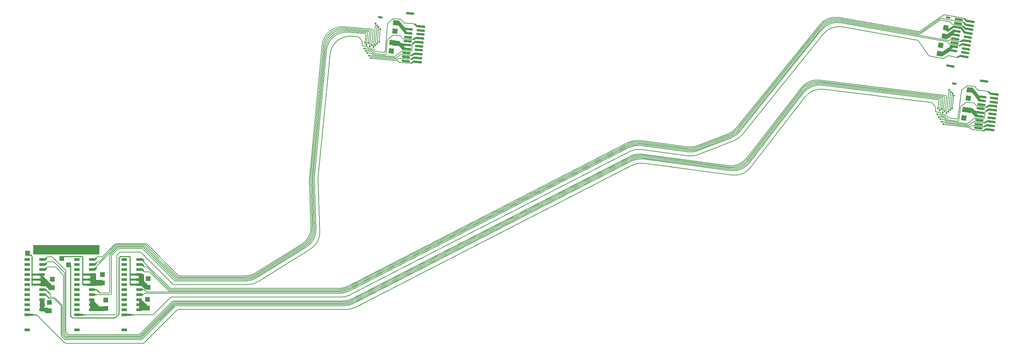
<source format=gbr>
*
G4_C Author: OrCAD GerbTool(tm) 8.1.1 Thu Jun 19 12:26:17 2003*
%LPD*%
%FSLAX34Y34*%
%MOIN*%
%AD*%
%AMD25R98*
20,1,0.025000,0.000000,-0.035000,0.000000,0.035000,98.600000*
%
%AMD10R98*
20,1,0.050000,-0.025000,0.000000,0.025000,0.000000,98.600000*
%
%AMD25R98N2*
20,1,0.025000,0.000000,-0.035000,0.000000,0.035000,98.600000*
%
%AMD10R98N2*
20,1,0.050000,-0.025000,0.000000,0.025000,0.000000,98.600000*
%
%AMD25R86*
20,1,0.025000,0.000000,-0.035000,0.000000,0.035000,86.080000*
%
%AMD10R86*
20,1,0.050000,-0.025000,0.000000,0.025000,0.000000,86.080000*
%
%AMD16R5*
20,1,0.025000,-0.035000,0.000000,0.035000,0.000000,5.450000*
%
%AMD10R5*
20,1,0.050000,-0.025000,0.000000,0.025000,0.000000,5.450000*
%
%AMD16R5N2*
20,1,0.025000,-0.035000,0.000000,0.035000,0.000000,5.450000*
%
%AMD10R5N2*
20,1,0.050000,-0.025000,0.000000,0.025000,0.000000,5.450000*
%
%AMD32R3*
20,1,0.025000,0.034920,-0.002390,-0.034920,0.002390,3.950000*
%
%AMD33R3*
20,1,0.050000,-0.001710,-0.024940,0.001710,0.024940,3.950000*
%
%AMD32R3N2*
20,1,0.025000,0.034920,-0.002390,-0.034920,0.002390,3.910000*
%
%AMD33R3N2*
20,1,0.050000,-0.001710,-0.024940,0.001710,0.024940,3.910000*
%
%AMD32R3N3*
20,1,0.025000,0.034920,-0.002390,-0.034920,0.002390,3.920000*
%
%AMD33R3N3*
20,1,0.050000,-0.001710,-0.024940,0.001710,0.024940,3.920000*
%
%AMD29R88*
20,1,0.022000,0.000000,-0.040000,0.000000,0.040000,88.000000*
%
%AMD54R88*
20,1,0.050000,-0.025000,0.000000,0.025000,0.000000,88.000000*
%
%AMD57R359*
20,1,0.022000,0.039980,-0.001400,-0.039980,0.001400,359.000000*
%
%AMD58R359*
20,1,0.050000,-0.000870,-0.024980,0.000870,0.024980,359.000000*
%
%AMD59R359*
20,1,0.022000,0.039950,-0.002100,-0.039950,0.002100,359.000000*
%
%AMD60R359*
20,1,0.050000,-0.001310,-0.024960,0.001310,0.024960,359.000000*
%
%AMD61R359*
20,1,0.022000,0.039910,-0.002800,-0.039910,0.002800,359.000000*
%
%AMD62R359*
20,1,0.050000,-0.001750,-0.024930,0.001750,0.024930,359.000000*
%
%AMD29R80*
20,1,0.022000,0.000000,-0.040000,0.000000,0.040000,80.000000*
%
%AMD54R80*
20,1,0.050000,-0.025000,0.000000,0.025000,0.000000,80.000000*
%
%AMD29R82*
20,1,0.022000,0.000000,-0.040000,0.000000,0.040000,82.400000*
%
%AMD54R82*
20,1,0.050000,-0.025000,0.000000,0.025000,0.000000,82.400000*
%
%AMD29R85*
20,1,0.022000,0.000000,-0.040000,0.000000,0.040000,85.000000*
%
%AMD54R85*
20,1,0.050000,-0.025000,0.000000,0.025000,0.000000,85.000000*
%
%AMD29R81*
20,1,0.022000,0.000000,-0.040000,0.000000,0.040000,81.000000*
%
%AMD54R81*
20,1,0.050000,-0.025000,0.000000,0.025000,0.000000,81.000000*
%
%AMD71R359*
20,1,0.022000,0.039510,-0.006260,-0.039510,0.006260,359.000000*
%
%AMD72R359*
20,1,0.050000,-0.003910,-0.024690,0.003910,0.024690,359.000000*
%
%AMD29R81N2*
20,1,0.022000,0.000000,-0.040000,0.000000,0.040000,81.000000*
%
%AMD54R81N2*
20,1,0.050000,-0.025000,0.000000,0.025000,0.000000,81.000000*
%
%AMD75R1*
20,1,0.022000,0.039510,-0.006260,-0.039510,0.006260,1.000000*
%
%AMD76R1*
20,1,0.050000,-0.003910,-0.024690,0.003910,0.024690,1.000000*
%
%AMD77R1*
20,1,0.022000,0.039610,-0.005570,-0.039610,0.005570,1.000000*
%
%AMD78R1*
20,1,0.050000,-0.003480,-0.024750,0.003480,0.024750,1.000000*
%
%ADD10R,0.050000X0.050000*%
%ADD11C,0.006000*%
%ADD12C,0.019000*%
%ADD13C,0.007900*%
%ADD14C,0.005000*%
%ADD15C,0.000800*%
%ADD16R,0.070000X0.025000*%
%ADD17R,0.068000X0.023000*%
%ADD18C,0.006000*%
%ADD19C,0.009800*%
%ADD20C,0.010000*%
%ADD21C,0.030000*%
%ADD22C,0.060000*%
%ADD23C,0.035000*%
%ADD24C,0.055000*%
%ADD25R,0.025000X0.070000*%
%ADD26C,0.010000*%
%ADD27R,0.029000X0.058000*%
%ADD28R,0.031000X0.060000*%
%ADD29R,0.022000X0.080000*%
%ADD30R,0.024000X0.082000*%
%ADD31D10R98N2*%
%ADD32D25R86*%
%ADD33D10R86*%
%ADD34D16R5*%
%ADD35D10R5*%
%ADD36D16R5N2*%
%ADD37D10R5N2*%
%ADD38D25R98N2*%
%ADD39D10R98N2*%
%ADD40D25R86*%
%ADD41D10R86*%
%ADD42D16R5*%
%ADD43D10R5*%
%ADD44D16R5N2*%
%ADD45D10R5N2*%
%ADD46D32R3*%
%ADD47D33R3*%
%ADD48R,0.070000X0.025000*%
%ADD49D33R3N2*%
%ADD50C,0.011000*%
%ADD51C,0.036000*%
%ADD52C,0.015000*%
%ADD53R,0.070000X0.025000*%
%ADD54R,0.050000X0.050000*%
%ADD55C,0.010000*%
%ADD56C,0.010000*%
%ADD57D29R88*%
%ADD58D54R88*%
%ADD59D57R359*%
%ADD60D58R359*%
%ADD61D59R359*%
%ADD62D60R359*%
%ADD63D61R359*%
%ADD64D62R359*%
%ADD65D29R80*%
%ADD66D54R80*%
%ADD67D29R82*%
%ADD68D54R82*%
%ADD69D29R85*%
%ADD70D54R85*%
%ADD71D29R81*%
%ADD72D54R81*%
%ADD73D71R359*%
%ADD74D72R359*%
%ADD75D29R81N2*%
%ADD76D54R81N2*%
%ADD77D75R1*%
%ADD78D76R1*%
%ADD79D77R1*%
%ADD80D78R1*%
%ADD256R,0.058000X0.029000*%
G4_C OrCAD GerbTool Tool List *
G4_D50 1 0.0110 T 0 0*
G4_D51 3 0.0360 T 0 0*
G4_D52 2 0.0150 T 0 0*
G54D20*
G1X11790Y5905D2*
G1X12039Y5904D1*
G1X11789Y5405D2*
G1X12039Y5405D1*
G1X11564Y5405D2*
G54D11*
G1X12177Y5405D1*
G75*
G3X12247Y5433I0J100D1*
G74*
G1X12895Y7634D2*
G75*
G3X12824Y7664I-71J-71D1*
G74*
G1X15319Y4379D2*
G1X13852Y2912D1*
G1X13216Y3434D2*
G75*
G2X13147Y3405I-71J71D1*
G74*
G1X12027Y5905D2*
G1X11564Y5905D1*
G1X12458Y5994D2*
G54D12*
G1X11850Y6602D1*
G1X12456Y6208D2*
G1X11848Y6815D1*
G1X12569Y6288D2*
G1X11961Y6896D1*
G1X11850Y6461D2*
G1X11850Y7321D1*
G1X12040Y6514D2*
G1X12039Y7374D1*
G1X12197Y6514D2*
G1X12197Y7374D1*
G1X11326Y6906D2*
G1X12187Y6906D1*
G1X12773Y6129D2*
G1X12165Y6738D1*
G1X12484Y4330D2*
G1X11876Y4938D1*
G1X12520Y4139D2*
G1X11912Y4747D1*
G1X11912Y3933D2*
G1X11911Y4793D1*
G1X12415Y4056D2*
G1X12065Y4056D1*
G1X12384Y4182D2*
G1X12034Y4182D1*
G1X12372Y4369D2*
G1X12022Y4369D1*
G1X12354Y4452D2*
G1X12004Y4453D1*
G1X6187Y3405D2*
G1X5637Y3405D1*
G1X6484Y3404D2*
G54D20*
G1X6087Y3404D1*
G1X1552Y10101D2*
G54D10*
G1X7626Y10101D1*
G1X7626Y9644D2*
G1X1552Y9644D1*
G1X5210Y3106D2*
G75*
G54D19*
G2X5140Y3135I0J100D1*
G74*
G1X5021Y3254D1*
G75*
G2X4991Y3325I71J71D1*
G74*
G54D54*
G1X4135Y9008D3*
G1X4991Y3325D2*
G54D19*
G1X4991Y8306D1*
G54D54*
G1X4792Y8359D3*
G1X11286Y3406D2*
G54D20*
G1X10889Y3406D1*
G1X10988Y3406D2*
G54D12*
G1X10439Y3406D1*
G1X9499Y3435D2*
G75*
G54D11*
G2X9428Y3406I-71J71D1*
G74*
G1X9557Y3493D2*
G75*
G3X9586Y3563I-71J71D1*
G74*
G1X9586Y9264D1*
G75*
G2X9615Y9335I100J0D1*
G74*
G1X9985Y9214D2*
G75*
G54D19*
G3X9914Y9185I0J-100D1*
G74*
G1X9839Y9109D1*
G1X9810Y9038D2*
G75*
G2X9839Y9109I100J0D1*
G74*
G1X9810Y3546D2*
G1X9810Y9038D1*
G1X9780Y3476D2*
G75*
G3X9810Y3546I-71J71D1*
G74*
G1X9441Y3136D2*
G75*
G2X9370Y3107I-71J71D1*
G74*
G1X7053Y8800D2*
G54D11*
G1X7183Y8905D1*
G1X7054Y9012D1*
G1X7058Y8906D2*
G1X7183Y8905D1*
G1X7052Y8300D2*
G1X7182Y8406D1*
G1X7053Y8512D1*
G1X7057Y8406D2*
G1X7182Y8406D1*
G1X7055Y9011D2*
G1X7179Y9010D1*
G1X7055Y8994D2*
G1X7055Y8839D1*
G1X7186Y8905D2*
G1X7057Y9011D1*
G1X7061Y8905D2*
G1X7186Y8905D1*
G1X7187Y8905D2*
G1X7057Y8798D1*
G1X7039Y8511D2*
G1X7164Y8511D1*
G1X7060Y8406D2*
G1X7185Y8406D1*
G1X7055Y8495D2*
G1X7055Y8341D1*
G1X7055Y8300D2*
G1X7185Y8406D1*
G1X7183Y8406D2*
G1X7054Y8512D1*
G1X7063Y8905D2*
G1X7187Y8905D1*
G1X7055Y7801D2*
G1X7185Y7907D1*
G1X7015Y8012D2*
G1X7140Y8012D1*
G1X7060Y7907D2*
G1X7185Y7907D1*
G1X7055Y8012D1*
G1X7185Y7907D2*
G1X7060Y7907D1*
G1X6987Y5905D2*
G54D20*
G1X7237Y5905D1*
G1X6558Y6906D2*
G54D12*
G1X7418Y6906D1*
G1X7177Y6374D2*
G1X6653Y6374D1*
G1X7068Y6431D2*
G1X7069Y6890D1*
G1X7693Y4008D2*
G1X7019Y4008D1*
G1X7128Y3903D2*
G1X7129Y4362D1*
G1X7236Y6410D2*
G1X7237Y6869D1*
G1X7064Y6986D2*
G1X7065Y7445D1*
G1X7254Y6989D2*
G1X7254Y7448D1*
G1X7065Y7496D2*
G54D20*
G1X7315Y7496D1*
G1X7417Y6990D2*
G54D12*
G1X7416Y7449D1*
G1X7182Y7492D2*
G54D20*
G1X7432Y7492D1*
G1X8415Y3947D2*
G54D12*
G1X7739Y3947D1*
G1X8348Y4134D2*
G1X7673Y4134D1*
G1X7016Y3895D2*
G1X7016Y4354D1*
G1X7812Y4147D2*
G1X7022Y4937D1*
G1X7822Y3913D2*
G1X7032Y4704D1*
G1X7704Y3876D2*
G1X7030Y3876D1*
G1X8312Y3876D2*
G1X7636Y3876D1*
G1X7733Y4132D2*
G1X7057Y4132D1*
G1X7282Y4060D2*
G1X7281Y4519D1*
G1X7112Y4283D2*
G1X7113Y4742D1*
G1X7017Y4348D2*
G1X7017Y4807D1*
G1X6807Y6404D2*
G1X6257Y6404D1*
G1X6804Y6904D2*
G1X6254Y6904D1*
G1X6804Y7406D2*
G1X6254Y7406D1*
G1X1238Y3406D2*
G1X688Y3406D1*
G54D54*
G1X741Y9539D3*
G1X546Y9341D2*
G54D19*
G1X1057Y9341D1*
G75*
G2X1157Y9241I0J-100D1*
G74*
G1X1157Y6404D1*
G1X2038Y5906D2*
G54D20*
G1X2289Y5906D1*
G1X2038Y5406D2*
G1X2288Y5406D1*
G1X1958Y7417D2*
G54D12*
G1X3042Y6332D1*
G1X2119Y6431D2*
G1X2119Y6890D1*
G1X2126Y6779D2*
G1X2125Y7238D1*
G1X2732Y3824D2*
G1X2056Y3825D1*
G1X2744Y4009D2*
G1X2069Y4009D1*
G1X14937Y6026D2*
G75*
G54D11*
G2X14867Y6055I0J100D1*
G74*
G1X14795Y5935D2*
G75*
G3X14865Y5906I71J71D1*
G74*
G1X14784Y5786D2*
G75*
G2X14714Y5815I0J100D1*
G74*
G1X14919Y5137D2*
G1X13216Y3434D1*
G1X14989Y5166D2*
G75*
G3X14919Y5137I0J-100D1*
G74*
G1X15160Y4757D2*
G1X13813Y3411D1*
G1X15230Y4786D2*
G75*
G3X15160Y4757I0J-100D1*
G74*
G1X15218Y4637D2*
G75*
G2X15288Y4666I71J-71D1*
G74*
G1X15345Y4546D2*
G75*
G3X15275Y4517I0J-100D1*
G74*
G1X15337Y4397D2*
G75*
G2X15407Y4426I71J-71D1*
G74*
G1X15412Y4277D2*
G1X14003Y2866D1*
G1X15483Y4306D2*
G75*
G3X15412Y4277I0J-100D1*
G74*
G1X15608Y3897D2*
G75*
G2X15678Y3926I71J-71D1*
G74*
G1X12112Y976D2*
G1X15322Y4189D1*
G1X12042Y947D2*
G75*
G3X12112Y976I0J100D1*
G74*
G1X15337Y4397D2*
G1X12038Y1096D1*
G75*
G2X11968Y1067I-71J71D1*
G74*
G1X11975Y1216D2*
G1X15275Y4517D1*
G1X11905Y1187D2*
G75*
G3X11975Y1216I0J100D1*
G74*
G1X15218Y4637D2*
G1X11918Y1336D1*
G75*
G2X11848Y1307I-71J71D1*
G74*
G1X11860Y1456D2*
G1X14991Y4588D1*
G1X11790Y1427D2*
G75*
G3X11860Y1456I0J100D1*
G74*
G1X9872Y9592D2*
G1X9615Y9335D1*
G1X9942Y9621D2*
G75*
G3X9872Y9592I0J-100D1*
G74*
G1X9720Y9974D2*
G75*
G2X9790Y10003I71J-71D1*
G74*
G1X9648Y10094D2*
G75*
G2X9718Y10123I71J-71D1*
G74*
G1X9584Y10214D2*
G75*
G2X9654Y10243I71J-71D1*
G74*
G1X9527Y10334D2*
G75*
G2X9597Y10363I71J-71D1*
G74*
G1X9470Y10454D2*
G75*
G2X9540Y10483I71J-71D1*
G74*
G1X9470Y10454D2*
G1X8210Y9194D1*
G1X6177Y3405D2*
G1X9428Y3405D1*
G1X9498Y3434D2*
G1X9557Y3493D1*
G1X9428Y3405D2*
G75*
G3X9498Y3434I0J100D1*
G74*
G1X9780Y3476D2*
G54D19*
G1X9440Y3135D1*
G1X9370Y3106D2*
G1X5210Y3106D1*
G1X9440Y3135D2*
G75*
G2X9370Y3106I-71J71D1*
G74*
G1X11790Y1427D2*
G54D11*
G1X4840Y1427D1*
G75*
G2X4770Y1456I0J100D1*
G74*
G1X4741Y1307D2*
G1X11848Y1307D1*
G1X4670Y1336D2*
G75*
G3X4741Y1307I71J71D1*
G74*
G1X11905Y1187D2*
G1X4644Y1187D1*
G75*
G2X4574Y1216I0J100D1*
G74*
G1X4568Y1067D2*
G1X11968Y1067D1*
G1X4498Y1096D2*
G75*
G3X4568Y1067I71J71D1*
G74*
G1X12042Y947D2*
G1X4469Y947D1*
G75*
G2X4399Y976I0J100D1*
G74*
G1X4085Y1290D1*
G75*
G2X4056Y1360I71J71D1*
G74*
G1X4498Y1096D2*
G1X4205Y1389D1*
G75*
G2X4176Y1459I71J71D1*
G74*
G1X4574Y1216D2*
G1X4325Y1465D1*
G75*
G2X4296Y1535I71J71D1*
G74*
G1X4670Y1336D2*
G1X4445Y1563D1*
G75*
G2X4416Y1633I71J71D1*
G74*
G1X4770Y1456D2*
G1X4570Y1656D1*
G75*
G2X4541Y1726I71J71D1*
G74*
G1X4056Y4264D2*
G1X4056Y1360D1*
G1X4027Y4334D2*
G75*
G2X4056Y4264I-71J-71D1*
G74*
G1X4176Y1459D2*
G1X4176Y4314D1*
G75*
G3X4147Y4384I-100J0D1*
G74*
G1X3418Y5114D1*
G1X3347Y5143D2*
G75*
G2X3418Y5114I0J-100D1*
G74*
G1X4296Y1535D2*
G1X4296Y7310D1*
G75*
G3X4267Y7380I-100J0D1*
G74*
G1X4416Y7531D2*
G1X4416Y1633D1*
G1X4387Y7601D2*
G75*
G2X4416Y7531I-71J-71D1*
G74*
G1X4541Y1726D2*
G1X4541Y7763D1*
G75*
G3X4512Y7833I-100J0D1*
G74*
G1X4267Y7380D2*
G1X3515Y8132D1*
G75*
G3X3445Y8161I-71J-71D1*
G74*
G1X3354Y8632D2*
G1X4387Y7601D1*
G1X3284Y8661D2*
G75*
G2X3354Y8632I0J-100D1*
G74*
G1X4512Y7833D2*
G1X3208Y9137D1*
G75*
G3X3138Y9166I-71J-71D1*
G74*
G1X1138Y3405D2*
G54D20*
G1X1635Y3405D1*
G1X11606Y6404D2*
G54D12*
G1X10955Y6404D1*
G1X11604Y6905D2*
G1X10954Y6905D1*
G1X11606Y7404D2*
G1X10956Y7404D1*
G1X13147Y3405D2*
G54D11*
G1X11285Y3405D1*
G1X6208Y6404D2*
G54D19*
G1X6208Y9108D1*
G1X6108Y9208D2*
G1X4107Y9208D1*
G1X6208Y9108D2*
G75*
G3X6108Y9208I-100J0D1*
G74*
G1X4435Y596D2*
G54D11*
G1X1655Y3377D1*
G1X4505Y567D2*
G75*
G2X4435Y596I0J100D1*
G74*
G1X4505Y567D2*
G1X12237Y567D1*
G1X12307Y596D2*
G1X15608Y3897D1*
G1X12237Y567D2*
G75*
G3X12307Y596I0J100D1*
G74*
G1X12247Y5433D2*
G1X12329Y5516D1*
G75*
G2X12400Y5546I71J-70D1*
G74*
G54D256*
G1X11798Y3903D3*
G1X11799Y4404D3*
G1X11797Y4904D3*
G1X11797Y5404D3*
G1X11798Y5903D3*
G1X11798Y6403D3*
G1X11798Y6903D3*
G1X11797Y7404D3*
G1X11797Y7904D3*
G1X11797Y8405D3*
G1X11798Y8905D3*
G1X10328Y8906D3*
G1X10327Y8406D3*
G1X10326Y7905D3*
G1X10326Y7406D3*
G1X10326Y6906D3*
G1X10326Y6405D3*
G1X10327Y5905D3*
G1X10327Y5406D3*
G1X10326Y4905D3*
G1X10327Y4406D3*
G1X10326Y3906D3*
G1X10327Y3406D3*
G1X10325Y1906D3*
G1X12141Y7800D2*
G54D11*
G1X12267Y7801D1*
G1X12081Y8011D2*
G1X12211Y7904D1*
G1X12134Y7861D2*
G1X12260Y7861D1*
G1X12041Y7800D2*
G1X12166Y7800D1*
G1X12137Y7828D2*
G1X12263Y7828D1*
G1X12136Y7859D2*
G1X12266Y7753D1*
G1X12138Y7851D2*
G1X12139Y7959D1*
G1X12086Y7905D2*
G1X12211Y7904D1*
G1X12177Y7905D2*
G75*
G2X12277Y7805I0J-100D1*
G74*
G1X12277Y7750D1*
G1X12211Y7904D2*
G1X12081Y7799D1*
G1X12211Y7904D2*
G1X12087Y7905D1*
G1X12277Y7764D2*
G1X12277Y7708D1*
G1X12300Y7686D2*
G1X12101Y7847D1*
G1X12362Y7664D2*
G75*
G2X12300Y7686I0J101D1*
G74*
G1X12080Y8512D2*
G1X12209Y8405D1*
G1X12079Y8299D1*
G1X12099Y8329D2*
G1X12100Y8483D1*
G1X12137Y8351D2*
G1X12136Y8460D1*
G1X12084Y8406D2*
G1X12209Y8405D1*
G1X12066Y8300D2*
G1X12191Y8301D1*
G1X12140Y8352D2*
G1X12139Y8460D1*
G1X12087Y8406D2*
G1X12212Y8406D1*
G1X12131Y8326D2*
G1X12257Y8326D1*
G1X12083Y8512D2*
G1X12212Y8406D1*
G1X12278Y8306D2*
G1X12278Y8251D1*
G1X12137Y8351D2*
G1X12266Y8246D1*
G1X12102Y8329D2*
G1X12103Y8482D1*
G1X12178Y8405D2*
G75*
G2X12278Y8306I0J-100D1*
G74*
G1X12127Y8361D2*
G1X12252Y8361D1*
G1X12210Y8406D2*
G1X12080Y8299D1*
G1X12279Y8262D2*
G1X12279Y8207D1*
G1X12145Y8379D2*
G1X12275Y8273D1*
G1X12119Y8334D2*
G1X12309Y8180D1*
G75*
G3X12373Y8157I63J79D1*
G74*
G1X12080Y9011D2*
G1X12210Y8905D1*
G1X12080Y8799D1*
G1X12138Y8851D2*
G1X12137Y8959D1*
G1X12086Y8905D2*
G1X12210Y8905D1*
G1X12081Y8800D2*
G1X12206Y8800D1*
G1X12142Y8852D2*
G1X12141Y8960D1*
G1X12120Y8859D2*
G1X12245Y8860D1*
G1X12124Y8821D2*
G1X12248Y8821D1*
G1X12277Y8749D2*
G1X12147Y8855D1*
G1X12179Y8906D2*
G75*
G2X12279Y8806I0J-100D1*
G74*
G1X12152Y8847D2*
G1X12280Y8718D1*
G1X12213Y8906D2*
G1X12083Y8800D1*
G1X12089Y8905D2*
G1X12213Y8906D1*
G1X12214Y8906D2*
G1X12084Y9011D1*
G1X12270Y8790D2*
G1X12140Y8896D1*
G1X12281Y8753D2*
G1X12280Y8698D1*
G1X12255Y8815D2*
G1X12126Y8921D1*
G1X12090Y8905D2*
G1X12214Y8906D1*
G1X14867Y6055D2*
G1X12308Y8613D1*
G1X12279Y8684D2*
G1X12279Y8806D1*
G1X12308Y8613D2*
G75*
G2X12279Y8684I71J71D1*
G74*
G1X12097Y8832D2*
G1X12097Y8955D1*
G1X12281Y8692D2*
G1X12102Y8837D1*
G1X14795Y5935D2*
G1X12603Y8128D1*
G1X12533Y8157D2*
G1X12373Y8157D1*
G1X12603Y8128D2*
G75*
G3X12533Y8157I-71J-71D1*
G74*
G1X14714Y5815D2*
G1X12894Y7635D1*
G1X12824Y7664D2*
G1X12362Y7664D1*
G1X12894Y7635D2*
G75*
G3X12824Y7664I-71J-71D1*
G74*
G1X11994Y7948D2*
G1X12120Y7948D1*
G1X12121Y5406D2*
G54D12*
G1X11771Y5406D1*
G1X12146Y5897D2*
G1X11796Y5897D1*
G1X10907Y6405D2*
G54D19*
G1X10907Y9114D1*
G1X10807Y9214D2*
G1X9985Y9214D1*
G1X10907Y9114D2*
G75*
G3X10807Y9214I-100J0D1*
G74*
G1X12249Y5893D2*
G54D11*
G1X12124Y5893D1*
G1X12319Y5864D2*
G75*
G3X12249Y5893I-70J-71D1*
G74*
G1X12491Y5695D2*
G1X12319Y5864D1*
G1X12561Y5666D2*
G75*
G2X12491Y5695I0J100D1*
G74*
G1X11644Y3931D2*
G54D12*
G1X12404Y3931D1*
G1X11553Y6377D2*
G1X12323Y6377D1*
G1X12196Y7375D2*
G1X11680Y7375D1*
G54D54*
G1X12636Y4085D3*
G1X12635Y4925D3*
G1X12713Y6149D3*
G1X12712Y6989D3*
G54D256*
G1X7108Y3904D3*
G1X7109Y4405D3*
G1X7107Y4905D3*
G1X7107Y5405D3*
G1X7108Y5904D3*
G1X7108Y6404D3*
G1X7108Y6904D3*
G1X7107Y7405D3*
G1X5639Y8906D3*
G1X5638Y8406D3*
G1X5637Y7905D3*
G1X5637Y7406D3*
G1X5637Y6906D3*
G1X5637Y6405D3*
G1X5638Y5905D3*
G1X5638Y5406D3*
G1X5637Y4905D3*
G1X5638Y4406D3*
G1X5637Y3906D3*
G1X5638Y3406D3*
G1X5636Y1906D3*
G1X7393Y8983D2*
G54D11*
G1X7392Y8829D1*
G1X7429Y8959D2*
G1X7430Y8852D1*
G1X7391Y8483D2*
G1X7391Y8328D1*
G1X7428Y8460D2*
G1X7428Y8352D1*
G1X7605Y9142D2*
G1X7427Y8996D1*
G1X7668Y9165D2*
G75*
G3X7605Y9142I0J-101D1*
G74*
G1X7433Y8959D2*
G1X7434Y8851D1*
G1X7412Y8951D2*
G1X7537Y8951D1*
G1X7415Y8990D2*
G1X7540Y8990D1*
G1X7570Y9062D2*
G1X7440Y8956D1*
G1X7572Y9005D2*
G1X7571Y9064D1*
G1X7471Y8905D2*
G75*
G3X7572Y9005I0J100D1*
G74*
G1X7444Y8963D2*
G1X7573Y9093D1*
G1X7397Y8982D2*
G1X7396Y8828D1*
G1X7562Y9021D2*
G1X7432Y8915D1*
G1X7572Y9057D2*
G1X7572Y9113D1*
G1X7547Y8996D2*
G1X7417Y8889D1*
G1X7432Y8459D2*
G1X7431Y8352D1*
G1X7424Y8486D2*
G1X7548Y8485D1*
G1X7571Y8506D2*
G1X7570Y8561D1*
G1X7428Y8460D2*
G1X7559Y8565D1*
G1X7394Y8483D2*
G1X7394Y8329D1*
G1X7470Y8406D2*
G75*
G3X7571Y8506I0J100D1*
G74*
G1X7419Y8451D2*
G1X7544Y8451D1*
G1X7572Y8550D2*
G1X7571Y8604D1*
G1X7437Y8433D2*
G1X7567Y8539D1*
G1X7434Y8011D2*
G1X7559Y8011D1*
G1X7394Y7984D2*
G1X7395Y7829D1*
G1X7427Y7951D2*
G1X7553Y7951D1*
G1X7430Y7984D2*
G1X7555Y7984D1*
G1X7429Y7953D2*
G1X7559Y8059D1*
G1X7432Y7961D2*
G1X7431Y7853D1*
G1X7470Y7907D2*
G75*
G3X7571Y8007I0J100D1*
G74*
G1X7570Y8062D1*
G1X7411Y8478D2*
G1X7601Y8631D1*
G75*
G2X7665Y8655I64J-78D1*
G74*
G54D256*
G1X7107Y8405D3*
G1X7107Y8905D3*
G1X7107Y7904D3*
G1X7668Y9165D2*
G54D11*
G1X8138Y9165D1*
G1X8209Y9194D2*
G1X9390Y10374D1*
G1X8138Y9165D2*
G75*
G3X8209Y9194I0J100D1*
G74*
G1X9527Y10334D2*
G1X7878Y8684D1*
G1X7807Y8655D2*
G1X7665Y8655D1*
G1X7878Y8684D2*
G75*
G2X7807Y8655I-71J71D1*
G74*
G1X7570Y8048D2*
G1X7570Y8158D1*
G1X7599Y8228D2*
G1X9584Y10214D1*
G1X7570Y8158D2*
G75*
G2X7599Y8228I100J0D1*
G74*
G1X7561Y8150D2*
G1X7363Y7989D1*
G1X7548Y8094D2*
G1X7350Y7933D1*
G1X7402Y7822D2*
G1X7532Y7928D1*
G1X7370Y7794D2*
G1X7500Y7900D1*
G1X7407Y8325D2*
G1X7537Y8431D1*
G1X7367Y8292D2*
G1X7497Y8398D1*
G1X7402Y8820D2*
G1X7532Y8926D1*
G1X7373Y8795D2*
G1X7503Y8901D1*
G1X7557Y5405D2*
G54D20*
G1X6987Y5405D1*
G1X7087Y5405D2*
G54D12*
G1X7407Y5405D1*
G1X7417Y6888D2*
G1X7417Y7347D1*
G1X7417Y6846D2*
G1X7417Y6356D1*
G1X7557Y5904D2*
G54D20*
G1X7036Y5904D1*
G1X7112Y5904D2*
G54D12*
G1X7407Y5904D1*
G1X7863Y5599D2*
G54D20*
G1X7559Y5904D1*
G1X7934Y5570D2*
G75*
G54D11*
G2X7863Y5599I0J100D1*
G74*
G1X8804Y5570D2*
G1X7934Y5570D1*
G1X8904Y5670D2*
G75*
G2X8804Y5570I-100J0D1*
G74*
G1X7464Y5404D2*
G1X8954Y5404D1*
G75*
G3X9054Y5504I0J100D1*
G74*
G1X9054Y9267D1*
G1X9083Y9338D2*
G1X9720Y9974D1*
G1X9054Y9267D2*
G75*
G2X9083Y9338I100J0D1*
G74*
G1X8904Y5670D2*
G1X8904Y9309D1*
G1X8933Y9380D2*
G1X9648Y10094D1*
G1X8904Y9309D2*
G75*
G2X8933Y9380I100J0D1*
G74*
G54D54*
G1X8504Y4031D3*
G1X8503Y4871D3*
G1X8082Y6414D2*
G54D12*
G1X7512Y6414D1*
G1X8097Y6597D2*
G1X7527Y6597D1*
G1X8104Y6777D2*
G1X7534Y6777D1*
G54D54*
G1X8173Y6573D3*
G1X8172Y7413D3*
G54D256*
G1X2179Y3902D3*
G1X2180Y4403D3*
G1X2178Y4903D3*
G1X2178Y5403D3*
G1X2179Y5902D3*
G1X2179Y6402D3*
G1X2179Y6902D3*
G1X2178Y7403D3*
G1X709Y8905D3*
G1X708Y8405D3*
G1X707Y7904D3*
G1X707Y7405D3*
G1X707Y6905D3*
G1X707Y6404D3*
G1X708Y5904D3*
G1X708Y5405D3*
G1X707Y4904D3*
G1X708Y4405D3*
G1X707Y3905D3*
G1X708Y3405D3*
G1X707Y1904D3*
G1X2444Y8801D2*
G54D11*
G1X2574Y8907D1*
G1X2445Y9013D1*
G1X2464Y8984D2*
G1X2464Y8830D1*
G1X2502Y8960D2*
G1X2501Y8853D1*
G1X2449Y8907D2*
G1X2574Y8907D1*
G1X2443Y8301D2*
G1X2574Y8407D1*
G1X2443Y8512D1*
G1X2463Y8484D2*
G1X2464Y8329D1*
G1X2501Y8461D2*
G1X2500Y8353D1*
G1X2448Y8407D2*
G1X2574Y8407D1*
G1X2445Y9012D2*
G1X2570Y9012D1*
G1X2446Y8995D2*
G1X2447Y8840D1*
G1X2506Y8960D2*
G1X2505Y8851D1*
G1X2484Y8952D2*
G1X2609Y8952D1*
G1X2487Y8991D2*
G1X2613Y8991D1*
G1X2641Y9063D2*
G1X2512Y8957D1*
G1X2644Y9006D2*
G1X2644Y9065D1*
G1X2543Y8906D2*
G75*
G3X2644Y9006I0J100D1*
G74*
G1X2516Y8964D2*
G1X2645Y9094D1*
G1X2577Y8906D2*
G1X2447Y9012D1*
G1X2452Y8906D2*
G1X2577Y8906D1*
G1X2578Y8906D2*
G1X2448Y8799D1*
G1X2468Y8983D2*
G1X2468Y8829D1*
G1X2635Y9022D2*
G1X2505Y8916D1*
G1X2644Y9058D2*
G1X2644Y9114D1*
G1X2619Y8997D2*
G1X2489Y8890D1*
G1X2430Y8512D2*
G1X2555Y8512D1*
G1X2504Y8460D2*
G1X2503Y8353D1*
G1X2451Y8407D2*
G1X2576Y8407D1*
G1X2495Y8487D2*
G1X2620Y8486D1*
G1X2446Y8496D2*
G1X2447Y8342D1*
G1X2446Y8301D2*
G1X2576Y8407D1*
G1X2642Y8507D2*
G1X2642Y8562D1*
G1X2501Y8461D2*
G1X2631Y8566D1*
G1X2466Y8484D2*
G1X2467Y8330D1*
G1X2542Y8407D2*
G75*
G3X2642Y8507I0J100D1*
G74*
G1X2491Y8452D2*
G1X2617Y8452D1*
G1X2575Y8407D2*
G1X2444Y8512D1*
G1X2643Y8551D2*
G1X2643Y8606D1*
G1X2510Y8434D2*
G1X2640Y8540D1*
G1X2483Y8479D2*
G1X2613Y8585D1*
G1X2453Y8906D2*
G1X2578Y8906D1*
G1X2506Y8012D2*
G1X2632Y8012D1*
G1X2447Y7802D2*
G1X2577Y7908D1*
G1X2466Y7985D2*
G1X2467Y7830D1*
G1X2499Y7952D2*
G1X2625Y7952D1*
G1X2406Y8013D2*
G1X2531Y8013D1*
G1X2502Y7985D2*
G1X2628Y7985D1*
G1X2501Y7954D2*
G1X2631Y8060D1*
G1X2504Y7962D2*
G1X2503Y7854D1*
G1X2451Y7908D2*
G1X2577Y7908D1*
G1X2543Y7908D2*
G75*
G3X2642Y8008I0J100D1*
G74*
G1X2642Y8063D1*
G1X2577Y7908D2*
G1X2446Y8013D1*
G1X2577Y7908D2*
G1X2451Y7908D1*
G1X2641Y8049D2*
G1X2641Y8104D1*
G54D256*
G1X2178Y7903D3*
G1X2178Y8404D3*
G1X2178Y8904D3*
G1X2466Y7966D2*
G54D11*
G1X2677Y8139D1*
G1X2741Y8161D2*
G1X3445Y8161D1*
G1X2677Y8139D2*
G75*
G2X2741Y8161I63J-78D1*
G74*
G1X2542Y8526D2*
G1X2682Y8639D1*
G1X2745Y8661D2*
G1X3284Y8661D1*
G1X2682Y8639D2*
G75*
G2X2745Y8661I63J-78D1*
G74*
G1X2498Y8997D2*
G1X2677Y9144D1*
G1X2741Y9166D2*
G1X3138Y9166D1*
G1X2677Y9144D2*
G75*
G2X2741Y9166I63J-78D1*
G74*
G1X2007Y6905D2*
G54D12*
G1X1203Y6905D1*
G1X2007Y6404D2*
G1X1203Y6404D1*
G1X2007Y7405D2*
G1X1203Y7405D1*
G1X2758Y6352D2*
G1X2083Y6352D1*
G1X2799Y6537D2*
G1X2124Y6537D1*
G1X4027Y4334D2*
G54D11*
G1X3370Y4991D1*
G75*
G3X3300Y5020I-71J-71D1*
G74*
G1X2138Y5406D2*
G54D12*
G1X2518Y5406D1*
G1X2518Y5906D2*
G1X2138Y5906D1*
G1X2545Y5906D2*
G54D19*
G1X2969Y5482D1*
G1X3300Y5020D2*
G54D11*
G1X2964Y5020D1*
G1X2894Y5049D2*
G54D19*
G1X2538Y5405D1*
G1X2964Y5020D2*
G75*
G54D11*
G2X2894Y5049I0J100D1*
G74*
G1X3347Y5143D2*
G1X3083Y5143D1*
G1X2983Y5243D2*
G1X2983Y5480D1*
G1X3083Y5143D2*
G75*
G2X2983Y5243I0J100D1*
G74*
G54D54*
G1X2891Y3796D3*
G1X2890Y4636D3*
G1X3210Y6100D3*
G1X3209Y6940D3*
G1X2954Y6352D2*
G54D12*
G1X2279Y6352D1*
G1X2678Y6683D2*
G1X2128Y6683D1*
G1X2482Y6422D2*
G1X2960Y5945D1*
G1X2549Y6568D2*
G1X3026Y6091D1*
G1X2068Y3867D2*
G1X2068Y4866D1*
G1X2178Y3904D2*
G1X2178Y4866D1*
G1X2295Y3827D2*
G1X2295Y4866D1*
G1X2164Y4118D2*
G1X2641Y3641D1*
G1X9540Y10483D2*
G54D11*
G1X12483Y10483D1*
G75*
G2X12554Y10454I0J-100D1*
G74*
G1X9597Y10363D2*
G1X12384Y10363D1*
G75*
G2X12455Y10334I0J-100D1*
G74*
G1X12282Y10243D2*
G1X9654Y10243D1*
G1X12353Y10214D2*
G75*
G3X12282Y10243I-71J-71D1*
G74*
G1X9718Y10123D2*
G1X12206Y10123D1*
G75*
G2X12277Y10094I0J-100D1*
G74*
G1X12107Y10003D2*
G1X9790Y10003D1*
G1X12178Y9974D2*
G75*
G3X12107Y10003I-71J-71D1*
G74*
G1X9942Y9621D2*
G1X11940Y9621D1*
G75*
G2X12010Y9592I0J-100D1*
G74*
G1X15166Y6435D1*
G1X15237Y6406D2*
G75*
G2X15166Y6435I0J100D1*
G74*
G1X12554Y10454D2*
G1X15703Y7295D1*
G75*
G3X15774Y7266I71J71D1*
G74*
G1X15605Y7175D2*
G1X12455Y10334D1*
G1X15676Y7146D2*
G75*
G2X15605Y7175I0J100D1*
G74*
G1X12353Y10214D2*
G1X15510Y7055D1*
G75*
G3X15581Y7026I71J71D1*
G74*
G1X15434Y6935D2*
G1X12277Y10094D1*
G1X15505Y6906D2*
G75*
G2X15434Y6935I0J100D1*
G74*
G1X12178Y9974D2*
G1X15335Y6815D1*
G75*
G3X15406Y6786I71J71D1*
G74*
G1X70296Y21414D2*
G75*
G3X71132Y22025I-728J1874D1*
G74*
G1X71205Y21925D2*
G75*
G2X70369Y21314I-1558J1254D1*
G74*
G1X70443Y21213D2*
G75*
G3X71278Y21825I-728J1874D1*
G74*
G1X71351Y21724D2*
G75*
G2X70516Y21113I-1557J1253D1*
G74*
G1X70590Y21013D2*
G75*
G3X71425Y21625I-728J1874D1*
G74*
G1X71657Y21307D2*
G75*
G2X70822Y20695I-1558J1254D1*
G74*
G1X67313Y19334D1*
G75*
G2X66325Y19217I-727J1871D1*
G74*
G1X67270Y19725D2*
G1X70590Y21013D1*
G1X66282Y19608D2*
G75*
G3X67270Y19725I265J1986D1*
G74*
G1X70516Y21113D2*
G1X67255Y19848D1*
G75*
G2X66268Y19731I-727J1871D1*
G74*
G1X67241Y19972D2*
G1X70443Y21213D1*
G1X66253Y19854D2*
G75*
G3X67241Y19972I265J1986D1*
G74*
G1X70369Y21314D2*
G1X67226Y20095D1*
G75*
G2X66238Y19977I-727J1871D1*
G74*
G1X67212Y20218D2*
G1X70296Y21414D1*
G1X66224Y20100D2*
G75*
G3X67212Y20218I265J1986D1*
G74*
G1X70289Y18244D2*
G75*
G3X72136Y19003I264J1982D1*
G74*
G1X72189Y18875D2*
G75*
G2X70342Y18116I-1586J1227D1*
G74*
G1X70395Y17988D2*
G75*
G3X72242Y18747I264J1982D1*
G74*
G1X72295Y18619D2*
G75*
G2X70448Y17860I-1586J1227D1*
G74*
G1X70500Y17731D2*
G75*
G3X72347Y18491I264J1982D1*
G74*
G1X72491Y18056D2*
G75*
G2X70645Y17296I-1586J1227D1*
G74*
G1X66224Y20100D2*
G1X61505Y20729D1*
G75*
G3X60326Y20526I-263J-1975D1*
G74*
G1X61526Y20606D2*
G1X66238Y19977D1*
G1X60347Y20402D2*
G75*
G2X61526Y20606I918J-1785D1*
G74*
G1X66253Y19854D2*
G1X61548Y20481D1*
G75*
G3X60370Y20278I-263J-1975D1*
G74*
G1X61569Y20358D2*
G1X66268Y19731D1*
G1X60390Y20154D2*
G75*
G2X61569Y20358I918J-1785D1*
G74*
G1X66282Y19608D2*
G1X61590Y20234D1*
G75*
G3X60412Y20030I-263J-1975D1*
G74*
G1X61659Y19839D2*
G1X66325Y19217D1*
G1X60480Y19636D2*
G75*
G2X61659Y19839I918J-1785D1*
G74*
G1X70289Y18244D2*
G1X61737Y19385D1*
G75*
G3X60558Y19181I-263J-1975D1*
G74*
G1X61758Y19261D2*
G1X70342Y18116D1*
G1X60580Y19057D2*
G75*
G2X61758Y19261I918J-1785D1*
G74*
G1X61780Y19137D2*
G1X70395Y17988D1*
G1X60601Y18933D2*
G75*
G2X61780Y19137I918J-1785D1*
G74*
G1X70448Y17860D2*
G1X61801Y19013D1*
G75*
G3X60622Y18809I-263J-1975D1*
G74*
G1X61822Y18889D2*
G1X70500Y17731D1*
G1X60643Y18686D2*
G75*
G2X61822Y18889I918J-1785D1*
G74*
G1X70645Y17296D2*
G1X61896Y18464D1*
G75*
G3X60717Y18260I-263J-1975D1*
G74*
G1X60326Y20526D2*
G1X32543Y6247D1*
G1X31629Y6026D2*
G1X14937Y6026D1*
G1X32543Y6247D2*
G75*
G2X31629Y6026I-914J1778D1*
G74*
G1X14865Y5906D2*
G1X31658Y5906D1*
G1X32573Y6127D2*
G1X60347Y20402D1*
G1X31658Y5906D2*
G75*
G3X32573Y6127I0J1990D1*
G74*
G1X14784Y5786D2*
G1X31686Y5786D1*
G1X32600Y6007D2*
G1X60370Y20278D1*
G1X31686Y5786D2*
G75*
G3X32600Y6007I0J1990D1*
G74*
G1X60390Y20154D2*
G1X32630Y5887D1*
G1X31716Y5666D2*
G1X12561Y5666D1*
G1X32630Y5887D2*
G75*
G2X31716Y5666I-914J1778D1*
G74*
G1X12400Y5546D2*
G1X31745Y5546D1*
G1X32659Y5767D2*
G1X60412Y20030D1*
G1X31745Y5546D2*
G75*
G3X32659Y5767I0J1990D1*
G74*
G1X60480Y19636D2*
G1X32756Y5387D1*
G1X31841Y5166D2*
G1X14989Y5166D1*
G1X32756Y5387D2*
G75*
G2X31841Y5166I-914J1778D1*
G74*
G1X15230Y4786D2*
G1X32065Y4786D1*
G1X32979Y5007D2*
G1X60558Y19181D1*
G1X32065Y4786D2*
G75*
G3X32979Y5007I0J1990D1*
G74*
G1X60580Y19057D2*
G1X33008Y4887D1*
G1X32094Y4666D2*
G1X15288Y4666D1*
G1X33008Y4887D2*
G75*
G2X32094Y4666I-914J1778D1*
G74*
G1X15345Y4546D2*
G1X32123Y4546D1*
G1X33037Y4767D2*
G1X60601Y18933D1*
G1X32123Y4546D2*
G75*
G3X33037Y4767I0J1990D1*
G74*
G1X60622Y18809D2*
G1X33066Y4647D1*
G1X32152Y4426D2*
G1X15407Y4426D1*
G1X33066Y4647D2*
G75*
G2X32152Y4426I-914J1778D1*
G74*
G1X15483Y4306D2*
G1X32181Y4306D1*
G1X33095Y4527D2*
G1X60643Y18686D1*
G1X32181Y4306D2*
G75*
G3X33095Y4527I0J1990D1*
G74*
G1X60717Y18260D2*
G1X33257Y4147D1*
G1X32343Y3926D2*
G1X15678Y3926D1*
G1X33257Y4147D2*
G75*
G2X32343Y3926I-914J1778D1*
G74*
G1X15774Y7266D2*
G1X22311Y7266D1*
G75*
G3X23368Y7568I0J1997D1*
G74*
G1X15676Y7146D2*
G1X22345Y7146D1*
G75*
G3X23402Y7448I0J1997D1*
G74*
G1X15581Y7026D2*
G1X22380Y7026D1*
G75*
G3X23437Y7328I0J1997D1*
G74*
G1X15505Y6906D2*
G1X22414Y6906D1*
G75*
G3X23471Y7208I0J1997D1*
G74*
G1X15406Y6786D2*
G1X22448Y6786D1*
G75*
G3X23505Y7088I0J1997D1*
G74*
G1X15237Y6406D2*
G1X22557Y6406D1*
G75*
G3X23614Y6708I0J1997D1*
G74*
G1X23368Y7568D2*
G1X27920Y10402D1*
G75*
G3X28862Y12166I-1060J1704D1*
G74*
G1X28042Y10336D2*
G1X23402Y7448D1*
G1X28984Y12101D2*
G75*
G2X28042Y10336I-2001J-66D1*
G74*
G1X23437Y7328D2*
G1X28164Y10271D1*
G75*
G3X29106Y12035I-1060J1704D1*
G74*
G1X23471Y7208D2*
G1X28287Y10206D1*
G75*
G3X29229Y11970I-1060J1704D1*
G74*
G1X28409Y10141D2*
G1X23505Y7088D1*
G1X29351Y11905D2*
G75*
G2X28409Y10141I-2001J-66D1*
G74*
G1X23614Y6708D2*
G1X28796Y9934D1*
G75*
G3X29738Y11698I-1060J1704D1*
G74*
G1X29568Y16821D1*
G75*
G2X29576Y17079I1945J64D1*
G74*
G1X29351Y11905D2*
G1X29187Y16833D1*
G75*
G2X29196Y17091I1946J64D1*
G74*
G1X29067Y16837D2*
G1X29229Y11970D1*
G1X29075Y17095D2*
G75*
G3X29067Y16837I2037J-197D1*
G74*
G1X29106Y12035D2*
G1X28947Y16842D1*
G75*
G2X28955Y17100I1946J64D1*
G74*
G1X28827Y16845D2*
G1X28984Y12101D1*
G1X28835Y17103D2*
G75*
G3X28827Y16845I2039J-197D1*
G74*
G1X28862Y12166D2*
G1X28707Y16849D1*
G75*
G2X28715Y17107I1946J64D1*
G74*
G1X92181Y29686D2*
G54D12*
G1X91837Y29445D1*
G1X91906Y29489D2*
G1X91562Y29248D1*
G1X91790Y29405D2*
G1X91445Y29164D1*
G1X92171Y29869D2*
G1X91827Y29629D1*
G1X92495Y30020D2*
G1X92151Y29779D1*
G1X92432Y30051D2*
G1X92087Y29810D1*
G1X92118Y29157D2*
G75*
G54D11*
G3X92044Y29141I-17J-98D1*
G74*
G1X92680Y31576D2*
G54D12*
G1X92336Y31335D1*
G1X92508Y31301D2*
G1X92164Y31060D1*
G1X92289Y31150D2*
G1X91945Y30910D1*
G1X92603Y31609D2*
G1X92259Y31368D1*
G1X92614Y31601D2*
G1X92270Y31360D1*
G1X92363Y31435D2*
G1X92019Y31194D1*
G1X92247Y31288D2*
G1X91903Y31047D1*
G1X92231Y31346D2*
G1X91887Y31105D1*
G1X92507Y32289D2*
G75*
G54D11*
G2X92443Y32331I17J99D1*
G74*
G1X92331Y32491D1*
G75*
G3X92266Y32532I-82J-58D1*
G74*
G1X92212Y30342D2*
G75*
G2X92147Y30383I17J99D1*
G74*
G1X93114Y30581D2*
G1X92292Y30726D1*
G1X92217Y30709D2*
G1X92165Y30674D1*
G1X92292Y30726D2*
G75*
G3X92217Y30709I-17J-99D1*
G74*
G1X91702Y28902D2*
G1X92044Y29141D1*
G1X91627Y28885D2*
G75*
G3X91702Y28902I17J99D1*
G74*
G1X92662Y32066D2*
G54D12*
G1X92318Y31825D1*
G1X92478Y31937D2*
G1X92134Y31696D1*
G1X92129Y31694D2*
G1X91888Y32038D1*
G54D73*
G1X93715Y29075D3*
G1X93783Y29463D3*
G1X93851Y29850D3*
G1X93920Y30239D3*
G1X93988Y30626D3*
G1X94057Y31015D3*
G1X94125Y31401D3*
G1X94193Y31790D3*
G1X94262Y32178D3*
G1X94330Y32565D3*
G1X92328Y28122D3*
G1X92601Y29672D3*
G1X92669Y30059D3*
G1X92738Y30447D3*
G1X92806Y30835D3*
G1X92875Y31223D3*
G1X92943Y31610D3*
G1X93011Y31998D3*
G1X93080Y32385D3*
G1X93148Y32773D3*
G1X93463Y30234D2*
G54D11*
G1X93340Y30255D1*
G1X93313Y30229D2*
G1X93459Y30311D1*
G1X93332Y30251D2*
G1X93478Y30332D1*
G1X93307Y30246D2*
G1X93296Y30187D1*
G1X93439Y30264D2*
G1X93290Y30160D1*
G1X93337Y30166D2*
G1X93388Y30194D1*
G1X93270Y30155D2*
G75*
G3X93337Y30166I18J100D1*
G74*
G1X93339Y30166D2*
G1X93451Y30229D1*
G1X93272Y30155D2*
G75*
G3X93339Y30166I17J99D1*
G74*
G1X93238Y30162D2*
G1X93384Y30244D1*
G1X93647Y32088D2*
G1X92507Y32289D1*
G1X92717Y30651D2*
G1X93373Y30535D1*
G1X92212Y30342D2*
G1X93305Y30149D1*
G1X93230Y30166D2*
G1X93375Y30242D1*
G1X93534Y30226D2*
G1X93411Y30248D1*
G1X93393Y30306D2*
G1X93540Y30388D1*
G1X93504Y30345D2*
G1X93491Y30272D1*
G1X93302Y30255D2*
G1X93449Y30337D1*
G1X93167Y30180D2*
G1X93314Y30262D1*
G1X93531Y30621D2*
G1X93408Y30642D1*
G1X93381Y30616D2*
G1X93527Y30697D1*
G1X93400Y30638D2*
G1X93547Y30720D1*
G1X93375Y30633D2*
G1X93364Y30574D1*
G1X93507Y30651D2*
G1X93359Y30547D1*
G1X93405Y30552D2*
G1X93456Y30581D1*
G1X93339Y30542D2*
G75*
G3X93405Y30552I18J100D1*
G74*
G1X93408Y30553D2*
G1X93519Y30616D1*
G1X93341Y30542D2*
G75*
G3X93408Y30553I17J99D1*
G74*
G1X93306Y30549D2*
G1X93453Y30630D1*
G1X93298Y30553D2*
G1X93443Y30629D1*
G1X93602Y30613D2*
G1X93479Y30635D1*
G1X93462Y30693D2*
G1X93608Y30775D1*
G1X93572Y30732D2*
G1X93559Y30659D1*
G1X93370Y30642D2*
G1X93517Y30724D1*
G1X93235Y30567D2*
G1X93382Y30649D1*
G1X93834Y32339D2*
G1X93711Y32361D1*
G1X93695Y32395D2*
G1X93804Y32268D1*
G1X93705Y32368D2*
G1X93815Y32241D1*
G1X93683Y32381D2*
G1X93694Y32440D1*
G1X93801Y32319D2*
G1X93697Y32468D1*
G1X93739Y32446D2*
G1X93777Y32402D1*
G1X93680Y32479D2*
G75*
G2X93739Y32446I-18J-100D1*
G74*
G1X93741Y32445D2*
G1X93825Y32348D1*
G1X93682Y32479D2*
G75*
G2X93741Y32445I-17J-99D1*
G74*
G1X93647Y32484D2*
G1X93757Y32357D1*
G1X93638Y32482D2*
G1X93749Y32361D1*
G1X93903Y32322D2*
G1X93780Y32344D1*
G1X93743Y32295D2*
G1X93853Y32168D1*
G1X93834Y32220D2*
G1X93847Y32293D1*
G1X93676Y32373D2*
G1X93785Y32246D1*
G1X93574Y32491D2*
G1X93684Y32364D1*
G1X93766Y31951D2*
G1X93643Y31973D1*
G1X93626Y32007D2*
G1X93736Y31880D1*
G1X93637Y31980D2*
G1X93746Y31853D1*
G1X93615Y31993D2*
G1X93625Y32052D1*
G1X93733Y31931D2*
G1X93629Y32080D1*
G1X93671Y32058D2*
G1X93709Y32014D1*
G1X93612Y32091D2*
G75*
G2X93671Y32058I-18J-99D1*
G74*
G1X93673Y32057D2*
G1X93756Y31960D1*
G1X93614Y32091D2*
G75*
G2X93673Y32057I-17J-98D1*
G74*
G1X93579Y32096D2*
G1X93689Y31969D1*
G1X93570Y32094D2*
G1X93680Y31973D1*
G1X93835Y31934D2*
G1X93712Y31956D1*
G1X93675Y31907D2*
G1X93784Y31780D1*
G1X93766Y31832D2*
G1X93779Y31905D1*
G1X93607Y31985D2*
G1X93717Y31858D1*
G1X93506Y32103D2*
G1X93616Y31976D1*
G1X93902Y32726D2*
G1X93779Y32748D1*
G1X93763Y32782D2*
G1X93873Y32655D1*
G1X93773Y32755D2*
G1X93883Y32628D1*
G1X93751Y32768D2*
G1X93762Y32827D1*
G1X93869Y32706D2*
G1X93766Y32855D1*
G1X93808Y32833D2*
G1X93845Y32789D1*
G1X93748Y32866D2*
G75*
G2X93808Y32833I-18J-99D1*
G74*
G1X93809Y32832D2*
G1X93893Y32735D1*
G1X93750Y32866D2*
G75*
G2X93809Y32832I-17J-98D1*
G74*
G1X93716Y32871D2*
G1X93825Y32744D1*
G1X93706Y32869D2*
G1X93817Y32748D1*
G1X93971Y32709D2*
G1X93848Y32731D1*
G1X93812Y32682D2*
G1X93922Y32555D1*
G1X93903Y32607D2*
G1X93916Y32680D1*
G1X93744Y32760D2*
G1X93853Y32633D1*
G1X93643Y32878D2*
G1X93752Y32751D1*
G1X93258Y29070D2*
G1X93135Y29091D1*
G1X93107Y29065D2*
G1X93254Y29146D1*
G1X93127Y29087D2*
G1X93273Y29168D1*
G1X93101Y29082D2*
G1X93091Y29023D1*
G1X93234Y29100D2*
G1X93085Y28995D1*
G1X93132Y29001D2*
G1X93183Y29030D1*
G1X93065Y28991D2*
G75*
G3X93132Y29001I18J100D1*
G74*
G1X93134Y29002D2*
G1X93246Y29065D1*
G1X93067Y28991D2*
G75*
G3X93134Y29002I18J99D1*
G74*
G1X93033Y28998D2*
G1X93179Y29079D1*
G1X93024Y29002D2*
G1X93170Y29078D1*
G1X93328Y29062D2*
G1X93205Y29084D1*
G1X93188Y29142D2*
G1X93335Y29224D1*
G1X93299Y29181D2*
G1X93286Y29108D1*
G1X93097Y29092D2*
G1X93244Y29174D1*
G1X92962Y29016D2*
G1X93108Y29098D1*
G1X93099Y28984D2*
G1X92118Y29157D1*
G1X93729Y31456D2*
G54D12*
G1X93404Y31921D1*
G54D74*
G1X91227Y29360D3*
G1X91372Y30187D3*
G1X91727Y31105D3*
G1X91872Y31933D3*
G1X91863Y29655D2*
G54D12*
G1X91403Y29333D1*
G1X91627Y28885D2*
G54D11*
G1X90243Y29129D1*
G75*
G2X90178Y29170I17J99D1*
G74*
G1X89128Y30670D1*
G75*
G3X89064Y30711I-82J-58D1*
G74*
G1X92147Y30383D2*
G1X92035Y30543D1*
G75*
G3X91970Y30584I-82J-58D1*
G74*
G1X89272Y31577D2*
G75*
G2X89198Y31560I-58J82D1*
G74*
G1X89301Y31450D2*
G75*
G2X89227Y31433I-58J82D1*
G74*
G1X89332Y31322D2*
G75*
G2X89258Y31306I-58J82D1*
G74*
G1X89332Y31322D2*
G1X91270Y32679D1*
G1X91344Y32695D2*
G1X92266Y32532D1*
G1X91270Y32679D2*
G75*
G2X91344Y32695I58J-82D1*
G74*
G1X89301Y31450D2*
G1X91324Y32866D1*
G1X91397Y32883D2*
G1X93715Y32474D1*
G1X91324Y32866D2*
G75*
G2X91397Y32883I58J-82D1*
G74*
G1X89272Y31577D2*
G1X91618Y33219D1*
G1X91692Y33236D2*
G1X93784Y32867D1*
G1X91618Y33219D2*
G75*
G2X91692Y33236I58J-82D1*
G74*
G1X92229Y32935D2*
G54D12*
G1X91951Y32984D1*
G1X92068Y31647D2*
G1X91827Y31991D1*
G1X91197Y24705D2*
G75*
G54D11*
G3X91110Y24816I-99J12D1*
G74*
G54D12*
G1X91579Y23508D3*
G1X91621Y22423D2*
G54D11*
G1X91614Y22372D1*
G1X90528Y24474D2*
G75*
G3X90461Y24511I-79J-62D1*
G74*
G1X90836Y24079D2*
G1X90528Y24474D1*
G1X90857Y24005D2*
G75*
G3X90836Y24079I-99J12D1*
G74*
G54D12*
G1X91614Y22370D3*
G1X95025Y25199D2*
G1X94767Y25530D1*
G1X94819Y25468D2*
G1X94561Y25799D1*
G1X94733Y25582D2*
G1X94474Y25913D1*
G1X94730Y25322D2*
G1X94471Y25653D1*
G1X94962Y25026D2*
G1X94703Y25357D1*
G1X95228Y24788D2*
G1X94969Y25119D1*
G1X95158Y24777D2*
G1X94899Y25108D1*
G1X94950Y23246D2*
G1X94691Y23577D1*
G1X94866Y23237D2*
G1X94607Y23568D1*
G1X94879Y23241D2*
G1X94621Y23572D1*
G1X94687Y23473D2*
G1X94429Y23804D1*
G1X94458Y21832D2*
G75*
G54D11*
G2X94391Y21869I12J99D1*
G74*
G1X94659Y22604D2*
G75*
G3X94585Y22584I-12J-99D1*
G74*
G1X94735Y22961D2*
G75*
G2X94809Y22981I62J-79D1*
G74*
G1X94949Y24157D2*
G1X95655Y24071D1*
G1X94882Y24195D2*
G75*
G3X94949Y24157I79J62D1*
G74*
G1X94809Y22981D2*
G1X95600Y22884D1*
G75*
G3X95712Y22971I12J99D1*
G74*
G1X95081Y25728D2*
G75*
G2X95014Y25766I12J99D1*
G74*
G1X93971Y24550D2*
G1X94632Y24468D1*
G1X94699Y24430D2*
G1X94882Y24195D1*
G1X94632Y24468D2*
G75*
G2X94699Y24430I-12J-98D1*
G74*
G1X95014Y25766D2*
G1X94771Y26076D1*
G75*
G3X94705Y26115I-79J-62D1*
G74*
G1X93060Y22649D2*
G75*
G3X93171Y22737I12J99D1*
G74*
G1X93882Y24531D2*
G75*
G2X93956Y24551I62J-78D1*
G74*
G1X93171Y22737D2*
G1X93334Y24063D1*
G1X93371Y24129D2*
G1X93882Y24531D1*
G1X93334Y24063D2*
G75*
G2X93371Y24129I99J-12D1*
G74*
G1X94378Y23880D2*
G54D12*
G1X93961Y23931D1*
G1X94717Y23543D2*
G1X94458Y23874D1*
G1X94242Y23803D2*
G1X93825Y23854D1*
G1X95050Y23551D2*
G1X94634Y23602D1*
G1X92210Y25779D2*
G54D11*
G1X92149Y25283D1*
G1X92515Y25389D2*
G1X92454Y24893D1*
G1X92168Y25433D2*
G1X91927Y23465D1*
G1X92516Y25390D2*
G1X92317Y23769D1*
G54D12*
G1X92511Y23923D3*
G1X92316Y23770D3*
G1X92121Y23618D3*
G1X91926Y23466D3*
G1X92211Y25779D3*
G1X92363Y25584D3*
G1X92516Y25389D3*
G1X92668Y25194D3*
G1X92667Y25194D2*
G54D11*
G1X92511Y23923D1*
G1X91386Y24803D2*
G75*
G3X91299Y24914I-99J12D1*
G74*
G1X91575Y24900D2*
G75*
G3X91488Y25012I-99J12D1*
G74*
G1X91762Y24999D2*
G75*
G3X91675Y25111I-99J12D1*
G74*
G1X91951Y25096D2*
G75*
G3X91864Y25207I-99J12D1*
G74*
G1X92363Y25584D2*
G1X92122Y23617D1*
G54D12*
G1X91253Y23726D3*
G1X91253Y23726D2*
G54D11*
G1X91386Y24803D1*
G1X91323Y23493D2*
G75*
G3X91256Y23531I-79J-62D1*
G74*
G1X90904Y23574D1*
G1X90817Y23685D2*
G1X90857Y24005D1*
G1X90904Y23574D2*
G75*
G2X90817Y23685I12J99D1*
G74*
G54D12*
G1X91101Y23922D3*
G1X91101Y23922D2*
G54D11*
G1X91197Y24705D1*
G1X91579Y23508D2*
G1X91762Y24999D1*
G1X91774Y23662D2*
G1X91950Y25096D1*
G54D12*
G1X91774Y23662D3*
G1X91574Y24900D2*
G54D11*
G1X91449Y23879D1*
G54D12*
G1X91449Y23879D3*
G1X92156Y22969D2*
G75*
G54D11*
G2X92089Y23006I12J99D1*
G74*
G1X93060Y22649D2*
G1X92109Y22766D1*
G75*
G2X92042Y22804I12J99D1*
G74*
G1X92089Y23006D2*
G1X91914Y23231D1*
G75*
G3X91847Y23269I-79J-62D1*
G74*
G54D12*
G1X91323Y22872D3*
G1X91847Y23269D2*
G54D11*
G1X91502Y23311D1*
G1X91435Y23350D2*
G1X91323Y23493D1*
G1X91502Y23311D2*
G75*
G2X91435Y23350I12J99D1*
G74*
G54D12*
G1X91173Y23086D3*
G1X92040Y22655D2*
G75*
G54D11*
G2X91973Y22692I12J99D1*
G74*
G1X91743Y22986D1*
G75*
G3X91677Y23024I-79J-62D1*
G74*
G1X91891Y22430D2*
G75*
G2X91824Y22469I12J99D1*
G74*
G1X91677Y23024D2*
G1X91173Y23086D1*
G1X92042Y22804D2*
G1X91802Y23111D1*
G75*
G3X91736Y23150I-79J-62D1*
G74*
G1X91463Y22573D2*
G1X91465Y22595D1*
G54D12*
G1X91465Y22595D3*
G1X91824Y22469D2*
G54D11*
G1X91780Y22526D1*
G1X91712Y22565D2*
G1X91474Y22594D1*
G1X91780Y22526D2*
G75*
G3X91712Y22565I-80J-61D1*
G74*
G54D12*
G1X91025Y23321D3*
G1X91736Y23150D2*
G54D11*
G1X91443Y23185D1*
G75*
G2X91376Y23224I12J99D1*
G74*
G1X91027Y23322D2*
G1X91288Y23290D1*
G1X91355Y23252D2*
G1X91376Y23224D1*
G1X91288Y23290D2*
G75*
G2X91355Y23252I-12J-100D1*
G74*
G1X91974Y22541D2*
G75*
G2X91907Y22578I12J99D1*
G74*
G1X91742Y22791D1*
G1X91675Y22829D2*
G1X91323Y22872D1*
G1X91742Y22791D2*
G75*
G3X91675Y22829I-79J-62D1*
G74*
G1X92040Y22655D2*
G1X93992Y22415D1*
G1X94065Y22435D2*
G1X94735Y22961D1*
G1X93992Y22415D2*
G75*
G3X94065Y22435I12J99D1*
G74*
G1X94585Y22584D2*
G1X94216Y22295D1*
G1X94143Y22275D2*
G1X91974Y22541D1*
G1X94216Y22295D2*
G75*
G2X94143Y22275I-62J79D1*
G74*
G1X94391Y21869D2*
G1X94302Y21984D1*
G1X94235Y22021D2*
G1X91611Y22344D1*
G1X94302Y21984D2*
G75*
G3X94235Y22021I-79J-62D1*
G74*
G1X94492Y22230D2*
G75*
G3X94420Y22210I-12J-100D1*
G74*
G1X94349Y22157D1*
G1X94276Y22137D2*
G1X91891Y22430D1*
G1X94349Y22157D2*
G75*
G2X94276Y22137I-61J80D1*
G74*
G1X92966Y22870D2*
G1X92156Y22969D1*
G1X93077Y22957D2*
G75*
G2X92966Y22870I-99J12D1*
G74*
G1X93077Y22957D2*
G1X93416Y25716D1*
G75*
G2X93453Y25782I99J-12D1*
G74*
G54D79*
G1X96289Y21811D3*
G1X96337Y22203D3*
G1X96385Y22593D3*
G1X96433Y22983D3*
G1X96481Y23374D3*
G1X96528Y23764D3*
G1X96576Y24155D3*
G1X96624Y24546D3*
G1X96673Y24937D3*
G1X96720Y25327D3*
G1X95097Y21957D3*
G1X95145Y22348D3*
G1X95192Y22738D3*
G1X95240Y23129D3*
G1X95289Y23520D3*
G1X95336Y23910D3*
G1X95384Y24301D3*
G1X95432Y24692D3*
G1X95480Y25084D3*
G1X95672Y26645D3*
G1X96284Y25466D2*
G54D11*
G1X96160Y25482D1*
G1X96142Y25515D2*
G1X96258Y25394D1*
G1X96154Y25489D2*
G1X96270Y25367D1*
G1X96131Y25500D2*
G1X96138Y25560D1*
G1X96252Y25444D2*
G1X96141Y25588D1*
G1X96184Y25568D2*
G1X96224Y25526D1*
G1X96123Y25598D2*
G75*
G2X96184Y25568I-12J-100D1*
G74*
G1X96186Y25567D2*
G1X96274Y25475D1*
G1X96125Y25598D2*
G75*
G2X96186Y25567I-12J-99D1*
G74*
G1X96090Y25601D2*
G1X96206Y25480D1*
G1X96081Y25598D2*
G1X96198Y25483D1*
G1X96354Y25453D2*
G1X96230Y25468D1*
G1X96196Y25418D2*
G1X96313Y25297D1*
G1X96291Y25348D2*
G1X96300Y25421D1*
G1X96124Y25492D2*
G1X96240Y25371D1*
G1X96017Y25604D2*
G1X96133Y25483D1*
G1X96118Y24125D2*
G1X95994Y24140D1*
G1X95969Y24112D2*
G1X96111Y24201D1*
G1X95987Y24135D2*
G1X96129Y24224D1*
G1X95962Y24129D2*
G1X95954Y24069D1*
G1X96093Y24154D2*
G1X95950Y24042D1*
G1X95996Y24050D2*
G1X96046Y24081D1*
G1X95930Y24036D2*
G75*
G3X95996Y24050I12J100D1*
G74*
G1X95999Y24051D2*
G1X96107Y24119D1*
G1X95932Y24036D2*
G75*
G3X95999Y24051I12J99D1*
G74*
G1X95898Y24041D2*
G1X96039Y24130D1*
G1X95889Y24045D2*
G1X96030Y24128D1*
G1X96189Y24121D2*
G1X96065Y24136D1*
G1X96045Y24193D2*
G1X96187Y24282D1*
G1X96154Y24238D2*
G1X96145Y24165D1*
G1X95958Y24138D2*
G1X96100Y24228D1*
G1X95827Y24056D2*
G1X95969Y24145D1*
G1X96070Y23734D2*
G1X95946Y23749D1*
G1X95921Y23721D2*
G1X96063Y23810D1*
G1X95939Y23744D2*
G1X96081Y23833D1*
G1X95914Y23738D2*
G1X95906Y23678D1*
G1X96045Y23763D2*
G1X95902Y23651D1*
G1X95948Y23659D2*
G1X95997Y23690D1*
G1X95950Y23660D2*
G1X96059Y23728D1*
G1X95849Y23650D2*
G1X95991Y23739D1*
G1X95841Y23654D2*
G1X95982Y23737D1*
G1X96141Y23730D2*
G1X96017Y23745D1*
G1X95997Y23802D2*
G1X96139Y23891D1*
G1X96105Y23847D2*
G1X96096Y23774D1*
G1X95909Y23747D2*
G1X96051Y23837D1*
G1X95927Y22562D2*
G1X95803Y22578D1*
G1X95778Y22549D2*
G1X95920Y22639D1*
G1X95796Y22572D2*
G1X95938Y22662D1*
G1X95771Y22566D2*
G1X95764Y22507D1*
G1X95902Y22592D2*
G1X95759Y22479D1*
G1X95806Y22488D2*
G1X95855Y22519D1*
G1X95739Y22474D2*
G75*
G3X95806Y22488I12J100D1*
G74*
G1X95808Y22488D2*
G1X95916Y22557D1*
G1X95741Y22473D2*
G75*
G3X95808Y22488I12J99D1*
G74*
G1X95707Y22479D2*
G1X95849Y22568D1*
G1X95698Y22484D2*
G1X95839Y22567D1*
G1X96000Y22558D2*
G1X95876Y22574D1*
G1X95854Y22631D2*
G1X95996Y22720D1*
G1X95964Y22676D2*
G1X95955Y22602D1*
G1X95767Y22576D2*
G1X95909Y22665D1*
G1X95636Y22493D2*
G1X95778Y22583D1*
G1X95881Y22173D2*
G1X95757Y22188D1*
G1X95731Y22160D2*
G1X95873Y22250D1*
G1X95749Y22183D2*
G1X95891Y22273D1*
G1X95724Y22177D2*
G1X95717Y22118D1*
G1X95855Y22202D2*
G1X95712Y22090D1*
G1X95759Y22098D2*
G1X95808Y22130D1*
G1X95693Y22084D2*
G75*
G3X95759Y22098I12J100D1*
G74*
G1X95761Y22099D2*
G1X95869Y22168D1*
G1X95695Y22084D2*
G75*
G3X95761Y22099I12J99D1*
G74*
G1X95660Y22089D2*
G1X95802Y22179D1*
G1X95651Y22094D2*
G1X95793Y22177D1*
G1X95952Y22169D2*
G1X95828Y22185D1*
G1X95807Y22242D2*
G1X95949Y22331D1*
G1X95916Y22287D2*
G1X95907Y22213D1*
G1X95719Y22186D2*
G1X95861Y22275D1*
G1X95588Y22103D2*
G1X95730Y22193D1*
G1X95832Y21780D2*
G1X95707Y21795D1*
G1X95682Y21767D2*
G1X95824Y21857D1*
G1X95700Y21790D2*
G1X95842Y21880D1*
G1X95675Y21784D2*
G1X95668Y21725D1*
G1X95806Y21809D2*
G1X95663Y21697D1*
G1X95709Y21705D2*
G1X95759Y21737D1*
G1X95643Y21691D2*
G75*
G3X95709Y21705I12J100D1*
G74*
G1X95712Y21706D2*
G1X95820Y21775D1*
G1X95645Y21691D2*
G75*
G3X95712Y21706I12J99D1*
G74*
G1X95611Y21697D2*
G1X95753Y21786D1*
G1X95602Y21701D2*
G1X95743Y21785D1*
G1X95903Y21776D2*
G1X95778Y21792D1*
G1X95758Y21849D2*
G1X95900Y21938D1*
G1X95867Y21894D2*
G1X95858Y21820D1*
G1X95671Y21794D2*
G1X95813Y21883D1*
G1X95540Y21711D2*
G1X95682Y21801D1*
G1X95663Y21684D2*
G1X94458Y21832D1*
G1X95712Y22080D2*
G1X94492Y22230D1*
G1X95760Y22469D2*
G1X94659Y22604D1*
G1X95952Y24034D2*
G1X95255Y24120D1*
G1X95712Y22971D2*
G1X95793Y23631D1*
G1X95839Y23703D2*
G1X95920Y23754D1*
G1X95793Y23631D2*
G75*
G2X95839Y23703I98J-12D1*
G74*
G1X95835Y23586D2*
G1X95977Y23676D1*
G1X95791Y23558D2*
G1X95933Y23648D1*
G1X95805Y23597D2*
G1X95947Y23686D1*
G1X96144Y25598D2*
G1X95081Y25728D1*
G1X95061Y23563D2*
G54D12*
G1X94644Y23615D1*
G1X94303Y23581D2*
G1X93886Y23632D1*
G1X94582Y23547D2*
G1X94166Y23598D1*
G1X94415Y23712D2*
G1X93999Y23763D1*
G1X94467Y23609D2*
G1X94843Y23163D1*
G54D80*
G1X93675Y22983D3*
G1X93776Y23817D3*
G1X94105Y24944D3*
G1X94207Y25778D3*
G1X94713Y25485D2*
G54D12*
G1X94454Y25816D1*
G1X93453Y25782D2*
G54D11*
G1X93957Y26177D1*
G1X94030Y26198D2*
G1X94705Y26115D1*
G1X93957Y26177D2*
G75*
G2X94030Y26198I62J-79D1*
G74*
G1X92860Y26364D2*
G54D12*
G1X92579Y26399D1*
G1X34285Y31262D2*
G75*
G54D11*
G3X34194Y31370I-100J9D1*
G74*
G54D12*
G1X34708Y30079D3*
G1X34787Y28996D2*
G54D11*
G1X34783Y28944D1*
G1X33624Y31007D2*
G75*
G3X33556Y31042I-77J-65D1*
G74*
G1X33946Y30624D2*
G1X33624Y31007D1*
G1X33968Y30550D2*
G75*
G3X33946Y30624I-100J9D1*
G74*
G54D12*
G1X34782Y28943D3*
G1X38093Y31889D2*
G1X37823Y32211D1*
G1X37878Y32151D2*
G1X37608Y32473D1*
G1X37787Y32262D2*
G1X37517Y32584D1*
G1X37793Y32002D2*
G1X37523Y32323D1*
G1X38035Y31714D2*
G1X37765Y32036D1*
G1X38309Y31486D2*
G1X38039Y31807D1*
G1X38240Y31472D2*
G1X37970Y31793D1*
G1X38085Y29934D2*
G1X37815Y30256D1*
G1X38002Y29922D2*
G1X37732Y30244D1*
G1X38015Y29927D2*
G1X37745Y30249D1*
G1X37815Y30153D2*
G1X37545Y30474D1*
G1X37643Y28504D2*
G75*
G54D11*
G2X37575Y28539I9J100D1*
G74*
G1X37818Y29283D2*
G75*
G3X37744Y29260I-9J-100D1*
G74*
G1X37881Y29642D2*
G75*
G2X37954Y29665I65J-77D1*
G74*
G1X38053Y30846D2*
G1X38762Y30784D1*
G1X37984Y30881D2*
G75*
G3X38053Y30846I77J65D1*
G74*
G1X37954Y29665D2*
G1X38748Y29595D1*
G75*
G3X38857Y29686I9J100D1*
G74*
G1X38130Y32420D2*
G75*
G2X38062Y32456I9J100D1*
G74*
G1X37062Y31203D2*
G1X37726Y31145D1*
G1X37794Y31109D2*
G1X37984Y30881D1*
G1X37726Y31145D2*
G75*
G2X37794Y31109I-9J-99D1*
G74*
G1X38062Y32456D2*
G1X37808Y32757D1*
G75*
G3X37741Y32793I-77J-65D1*
G74*
G1X36218Y29273D2*
G75*
G3X36326Y29363I9J100D1*
G74*
G1X36974Y31182D2*
G75*
G2X37047Y31205I65J-76D1*
G74*
G1X36326Y29363D2*
G1X36442Y30694D1*
G1X36477Y30762D2*
G1X36974Y31182D1*
G1X36442Y30694D2*
G75*
G2X36477Y30762I100J-9D1*
G74*
G1X37492Y30548D2*
G54D12*
G1X37073Y30585D1*
G1X37843Y30224D2*
G1X37573Y30545D1*
G1X37359Y30467D2*
G1X36941Y30503D1*
G1X38176Y30243D2*
G1X37757Y30279D1*
G1X35259Y32371D2*
G54D11*
G1X35215Y31873D1*
G1X35577Y31992D2*
G1X35534Y31494D1*
G1X35230Y32023D2*
G1X35057Y30048D1*
G1X35578Y31993D2*
G1X35436Y30366D1*
G54D12*
G1X35625Y30526D3*
G1X35435Y30367D3*
G1X35245Y30208D3*
G1X35056Y30049D3*
G1X35260Y32371D3*
G1X35419Y32181D3*
G1X35578Y31992D3*
G1X35737Y31802D3*
G1X35736Y31802D2*
G54D11*
G1X35625Y30526D1*
G1X34469Y31366D2*
G75*
G3X34378Y31474I-100J9D1*
G74*
G1X34655Y31470D2*
G75*
G3X34564Y31578I-100J9D1*
G74*
G1X34839Y31575D2*
G75*
G3X34748Y31684I-100J9D1*
G74*
G1X35024Y31679D2*
G75*
G3X34933Y31787I-100J9D1*
G74*
G1X35419Y32181D2*
G1X35246Y30207D1*
G54D12*
G1X34375Y30285D3*
G1X34375Y30285D2*
G54D11*
G1X34469Y31366D1*
G1X34452Y30055D2*
G75*
G3X34384Y30090I-77J-65D1*
G74*
G1X34031Y30121D1*
G1X33940Y30230D2*
G1X33968Y30550D1*
G1X34031Y30121D2*
G75*
G2X33940Y30230I9J100D1*
G74*
G54D12*
G1X34216Y30476D3*
G1X34216Y30476D2*
G54D11*
G1X34285Y31262D1*
G1X34708Y30079D2*
G1X34839Y31575D1*
G1X34897Y30239D2*
G1X35023Y31679D1*
G54D12*
G1X34897Y30239D3*
G1X34654Y31470D2*
G54D11*
G1X34564Y30445D1*
G54D12*
G1X34564Y30445D3*
G1X35303Y29560D2*
G75*
G54D11*
G2X35235Y29595I9J100D1*
G74*
G1X36218Y29273D2*
G1X35263Y29356D1*
G75*
G2X35195Y29391I9J100D1*
G74*
G1X35235Y29595D2*
G1X35052Y29814D1*
G75*
G3X34984Y29849I-77J-65D1*
G74*
G54D12*
G1X34474Y29434D3*
G1X34984Y29849D2*
G54D11*
G1X34637Y29880D1*
G1X34569Y29916D2*
G1X34452Y30055D1*
G1X34637Y29880D2*
G75*
G2X34569Y29916I9J100D1*
G74*
G54D12*
G1X34317Y29643D3*
G1X35198Y29242D2*
G75*
G54D11*
G2X35130Y29277I9J100D1*
G74*
G1X34890Y29563D1*
G75*
G3X34823Y29598I-77J-65D1*
G74*
G1X35058Y29013D2*
G75*
G2X34988Y29049I9J100D1*
G74*
G1X34823Y29598D2*
G1X34317Y29643D1*
G1X35195Y29391D2*
G1X34944Y29690D1*
G75*
G3X34877Y29726I-77J-65D1*
G74*
G1X34624Y29140D2*
G1X34626Y29163D1*
G54D12*
G1X34626Y29163D3*
G1X34988Y29049D2*
G54D11*
G1X34943Y29105D1*
G1X34874Y29141D2*
G1X34635Y29162D1*
G1X34943Y29105D2*
G75*
G3X34874Y29141I-78J-64D1*
G74*
G54D12*
G1X34161Y29873D3*
G1X34877Y29726D2*
G54D11*
G1X34583Y29752D1*
G75*
G2X34515Y29788I9J100D1*
G74*
G1X34162Y29874D2*
G1X34424Y29851D1*
G1X34493Y29815D2*
G1X34515Y29788D1*
G1X34424Y29851D2*
G75*
G2X34493Y29815I-9J-101D1*
G74*
G1X35137Y29126D2*
G75*
G2X35068Y29161I9J100D1*
G74*
G1X34896Y29368D1*
G1X34828Y29403D2*
G1X34474Y29434D1*
G1X34896Y29368D2*
G75*
G3X34828Y29403I-77J-65D1*
G74*
G1X35198Y29242D2*
G1X37158Y29071D1*
G1X37230Y29094D2*
G1X37881Y29642D1*
G1X37158Y29071D2*
G75*
G3X37230Y29094I9J100D1*
G74*
G1X37744Y29260D2*
G1X37386Y28959D1*
G1X37313Y28936D2*
G1X35137Y29126D1*
G1X37386Y28959D2*
G75*
G2X37313Y28936I-65J77D1*
G74*
G1X37575Y28539D2*
G1X37482Y28651D1*
G1X37414Y28686D2*
G1X34780Y28916D1*
G1X37482Y28651D2*
G75*
G3X37414Y28686I-77J-65D1*
G74*
G1X37664Y28903D2*
G75*
G3X37593Y28881I-9J-101D1*
G74*
G1X37524Y28825D1*
G1X37451Y28803D2*
G1X35058Y29013D1*
G1X37524Y28825D2*
G75*
G2X37451Y28803I-64J78D1*
G74*
G1X36116Y29489D2*
G1X35303Y29560D1*
G1X36224Y29580D2*
G75*
G2X36116Y29489I-100J9D1*
G74*
G1X36224Y29580D2*
G1X36467Y32350D1*
G75*
G2X36502Y32417I100J-9D1*
G74*
G54D69*
G1X39474Y28547D3*
G1X39508Y28940D3*
G1X39542Y29332D3*
G1X39577Y29723D3*
G1X39611Y30116D3*
G1X39645Y30507D3*
G1X39680Y30900D3*
G1X39714Y31292D3*
G1X39748Y31685D3*
G1X39783Y32076D3*
G1X38277Y28652D3*
G1X38312Y29044D3*
G1X38346Y29436D3*
G1X38380Y29828D3*
G1X38415Y30221D3*
G1X38449Y30612D3*
G1X38483Y31005D3*
G1X38517Y31397D3*
G1X38552Y31790D3*
G1X38689Y33357D3*
G1X39342Y32200D2*
G54D11*
G1X39217Y32211D1*
G1X39198Y32244D2*
G1X39318Y32127D1*
G1X39211Y32218D2*
G1X39331Y32101D1*
G1X39188Y32229D2*
G1X39193Y32289D1*
G1X39310Y32177D2*
G1X39194Y32317D1*
G1X39238Y32299D2*
G1X39279Y32258D1*
G1X39176Y32326D2*
G75*
G2X39238Y32299I-9J-101D1*
G74*
G1X39240Y32298D2*
G1X39331Y32208D1*
G1X39178Y32326D2*
G75*
G2X39240Y32298I-9J-100D1*
G74*
G1X39143Y32328D2*
G1X39263Y32211D1*
G1X39134Y32325D2*
G1X39254Y32214D1*
G1X39412Y32189D2*
G1X39287Y32200D1*
G1X39256Y32149D2*
G1X39376Y32032D1*
G1X39352Y32082D2*
G1X39359Y32156D1*
G1X39181Y32220D2*
G1X39301Y32104D1*
G1X39070Y32329D2*
G1X39190Y32212D1*
G1X39223Y30854D2*
G1X39098Y30865D1*
G1X39074Y30836D2*
G1X39212Y30930D1*
G1X39091Y30859D2*
G1X39230Y30953D1*
G1X39066Y30852D2*
G1X39061Y30792D1*
G1X39196Y30882D2*
G1X39057Y30765D1*
G1X39103Y30775D2*
G1X39152Y30808D1*
G1X39038Y30758D2*
G75*
G3X39103Y30775I9J101D1*
G74*
G1X39106Y30776D2*
G1X39211Y30848D1*
G1X39040Y30758D2*
G75*
G3X39106Y30776I9J100D1*
G74*
G1X39005Y30762D2*
G1X39144Y30857D1*
G1X38996Y30766D2*
G1X39135Y30854D1*
G1X39294Y30852D2*
G1X39169Y30863D1*
G1X39147Y30919D2*
G1X39286Y31014D1*
G1X39255Y30968D2*
G1X39248Y30895D1*
G1X39062Y30862D2*
G1X39201Y30956D1*
G1X38934Y30774D2*
G1X39073Y30869D1*
G1X39188Y30461D2*
G1X39064Y30472D1*
G1X39039Y30443D2*
G1X39178Y30537D1*
G1X39056Y30467D2*
G1X39195Y30561D1*
G1X39032Y30460D2*
G1X39027Y30400D1*
G1X39162Y30490D2*
G1X39023Y30372D1*
G1X39069Y30382D2*
G1X39117Y30415D1*
G1X39071Y30383D2*
G1X39177Y30455D1*
G1X38971Y30370D2*
G1X39109Y30464D1*
G1X38962Y30374D2*
G1X39100Y30462D1*
G1X39260Y30460D2*
G1X39135Y30471D1*
G1X39113Y30527D2*
G1X39252Y30621D1*
G1X39220Y30576D2*
G1X39213Y30502D1*
G1X39027Y30469D2*
G1X39165Y30564D1*
G1X39087Y29286D2*
G1X38962Y29296D1*
G1X38937Y29267D2*
G1X39076Y29362D1*
G1X38955Y29291D2*
G1X39093Y29385D1*
G1X38930Y29284D2*
G1X38925Y29224D1*
G1X39060Y29314D2*
G1X38921Y29197D1*
G1X38967Y29207D2*
G1X39015Y29240D1*
G1X38902Y29190D2*
G75*
G3X38967Y29207I9J101D1*
G74*
G1X38969Y29207D2*
G1X39075Y29279D1*
G1X38904Y29190D2*
G75*
G3X38969Y29207I9J100D1*
G74*
G1X38869Y29194D2*
G1X39008Y29288D1*
G1X38860Y29199D2*
G1X38998Y29287D1*
G1X39159Y29284D2*
G1X39034Y29295D1*
G1X39011Y29351D2*
G1X39150Y29446D1*
G1X39119Y29400D2*
G1X39112Y29326D1*
G1X38926Y29294D2*
G1X39064Y29388D1*
G1X38798Y29206D2*
G1X38936Y29301D1*
G1X39053Y28895D2*
G1X38929Y28906D1*
G1X38904Y28877D2*
G1X39043Y28971D1*
G1X38921Y28900D2*
G1X39060Y28995D1*
G1X38897Y28894D2*
G1X38892Y28834D1*
G1X39027Y28923D2*
G1X38888Y28806D1*
G1X38934Y28816D2*
G1X38982Y28849D1*
G1X38868Y28800D2*
G75*
G3X38934Y28816I9J101D1*
G74*
G1X38936Y28817D2*
G1X39042Y28889D1*
G1X38870Y28800D2*
G75*
G3X38936Y28817I9J100D1*
G74*
G1X38836Y28804D2*
G1X38974Y28898D1*
G1X38827Y28807D2*
G1X38965Y28896D1*
G1X39125Y28894D2*
G1X39000Y28905D1*
G1X38977Y28961D2*
G1X39116Y29055D1*
G1X39085Y29010D2*
G1X39078Y28936D1*
G1X38891Y28902D2*
G1X39030Y28996D1*
G1X38763Y28815D2*
G1X38902Y28909D1*
G1X39018Y28501D2*
G1X38893Y28511D1*
G1X38869Y28482D2*
G1X39008Y28577D1*
G1X38886Y28506D2*
G1X39025Y28600D1*
G1X38861Y28499D2*
G1X38856Y28439D1*
G1X38991Y28529D2*
G1X38853Y28412D1*
G1X38899Y28422D2*
G1X38947Y28455D1*
G1X38833Y28405D2*
G75*
G3X38899Y28422I9J101D1*
G74*
G1X38901Y28422D2*
G1X39006Y28494D1*
G1X38835Y28405D2*
G75*
G3X38901Y28422I9J100D1*
G74*
G1X38800Y28409D2*
G1X38939Y28503D1*
G1X38792Y28414D2*
G1X38930Y28502D1*
G1X39089Y28499D2*
G1X38965Y28510D1*
G1X38942Y28566D2*
G1X39081Y28661D1*
G1X39049Y28615D2*
G1X39043Y28542D1*
G1X38857Y28509D2*
G1X38996Y28603D1*
G1X38729Y28421D2*
G1X38868Y28516D1*
G1X38853Y28398D2*
G1X37643Y28504D1*
G1X38888Y28796D2*
G1X37664Y28903D1*
G1X38922Y29186D2*
G1X37818Y29283D1*
G1X39060Y30757D2*
G1X38360Y30819D1*
G1X38857Y29686D2*
G1X38915Y30349D1*
G1X38958Y30422D2*
G1X39037Y30476D1*
G1X38915Y30349D2*
G75*
G2X38958Y30422I99J-9D1*
G74*
G1X38958Y30306D2*
G1X39097Y30400D1*
G1X38915Y30276D2*
G1X39054Y30370D1*
G1X38928Y30315D2*
G1X39067Y30410D1*
G1X39197Y32326D2*
G1X38130Y32420D1*
G1X38186Y30256D2*
G54D12*
G1X37767Y30292D1*
G1X37427Y30247D2*
G1X37009Y30283D1*
G1X37708Y30222D2*
G1X37290Y30259D1*
G1X37535Y30382D2*
G1X37117Y30418D1*
G1X37591Y30281D2*
G1X37981Y29848D1*
G54D70*
G1X36821Y29627D3*
G1X36893Y30464D3*
G1X37182Y31602D3*
G1X37255Y32439D3*
G1X37771Y32164D2*
G54D12*
G1X37501Y32486D1*
G1X36502Y32417D2*
G54D11*
G1X36992Y32830D1*
G1X37064Y32852D2*
G1X37741Y32793D1*
G1X36992Y32830D2*
G75*
G2X37064Y32852I65J-77D1*
G74*
G1X35888Y32978D2*
G54D12*
G1X35606Y33003D1*
G1X71132Y22025D2*
G54D11*
G1X79348Y32245D1*
G1X81254Y32961D2*
G1X89198Y31560D1*
G1X79348Y32245D2*
G75*
G2X81254Y32961I1564J-1258D1*
G74*
G1X89227Y31433D2*
G1X81303Y32831D1*
G1X79397Y32114D2*
G1X71205Y21925D1*
G1X81303Y32831D2*
G75*
G3X79397Y32114I-349J-1974D1*
G74*
G1X71278Y21825D2*
G1X79446Y31984D1*
G1X81352Y32700D2*
G1X89258Y31306D1*
G1X79446Y31984D2*
G75*
G2X81352Y32700I1564J-1258D1*
G74*
G1X92164Y30672D2*
G1X81402Y32569D1*
G1X79496Y31853D2*
G1X71351Y21724D1*
G1X81402Y32569D2*
G75*
G3X79496Y31853I-349J-1974D1*
G74*
G1X71425Y21625D2*
G1X79545Y31723D1*
G1X81451Y32439D2*
G1X91970Y30584D1*
G1X79545Y31723D2*
G75*
G2X81451Y32439I1564J-1258D1*
G74*
G1X89064Y30711D2*
G1X81606Y32026D1*
G1X79700Y31310D2*
G1X71657Y21307D1*
G1X81606Y32026D2*
G75*
G3X79700Y31310I-349J-1974D1*
G74*
G1X72136Y19003D2*
G1X77531Y25981D1*
G1X79357Y26743D2*
G1X91864Y25207D1*
G1X77531Y25981D2*
G75*
G2X79357Y26743I1585J-1226D1*
G74*
G1X91675Y25111D2*
G1X79410Y26617D1*
G1X77584Y25855D2*
G1X72189Y18875D1*
G1X79410Y26617D2*
G75*
G3X77584Y25855I-244J-1984D1*
G74*
G1X72242Y18747D2*
G1X77636Y25726D1*
G1X79462Y26488D2*
G1X91488Y25012D1*
G1X77636Y25726D2*
G75*
G2X79462Y26488I1585J-1226D1*
G74*
G1X91299Y24914D2*
G1X79515Y26360D1*
G1X77689Y25598D2*
G1X72295Y18619D1*
G1X79515Y26360D2*
G75*
G3X77689Y25598I-244J-1984D1*
G74*
G1X72347Y18491D2*
G1X77742Y25471D1*
G1X79568Y26233D2*
G1X91110Y24816D1*
G1X77742Y25471D2*
G75*
G2X79568Y26233I1585J-1226D1*
G74*
G1X90461Y24511D2*
G1X79735Y25828D1*
G1X77909Y25066D2*
G1X72491Y18056D1*
G1X79735Y25828D2*
G75*
G3X77909Y25066I-244J-1984D1*
G74*
G1X34933Y31787D2*
G1X32144Y32031D1*
G1X29979Y30230D2*
G1X28715Y17107D1*
G1X32144Y32031D2*
G75*
G3X29979Y30230I-175J-2000D1*
G74*
G1X28835Y17103D2*
G1X30087Y30101D1*
G1X32252Y31902D2*
G1X34748Y31684D1*
G1X30087Y30101D2*
G75*
G2X32252Y31902I1986J-192D1*
G74*
G1X34564Y31578D2*
G1X32360Y31771D1*
G1X30195Y29971D2*
G1X28955Y17100D1*
G1X32360Y31771D2*
G75*
G3X30195Y29971I-175J-2000D1*
G74*
G1X29075Y17095D2*
G1X30303Y29841D1*
G1X32468Y31641D2*
G1X34378Y31474D1*
G1X30303Y29841D2*
G75*
G2X32468Y31641I1986J-192D1*
G74*
G1X34194Y31370D2*
G1X32576Y31511D1*
G1X30411Y29711D2*
G1X29196Y17091D1*
G1X32576Y31511D2*
G75*
G3X30411Y29711I-175J-2000D1*
G74*
G1X29576Y17079D2*
G1X30753Y29297D1*
G1X32918Y31098D2*
G1X33556Y31042D1*
G1X30753Y29297D2*
G75*
G2X32918Y31098I1986J-192D1*
G74*
M2*

</source>
